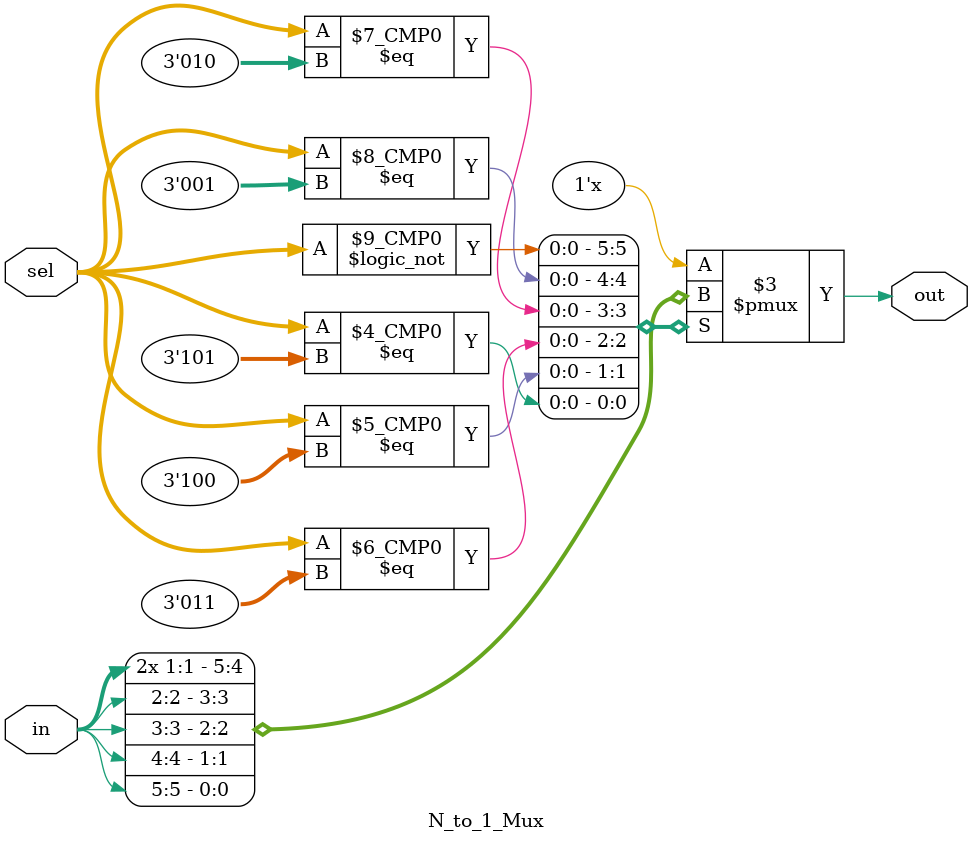
<source format=v>
`timescale 1ns / 1ps

//it is almot parametrized but just we have to change 4 in case statement if we move further.so that it can handle more select lines of 5 bit 
//otherwise all good for lesser select lines suppose we keep N=3 then just change n=3 in testbench.In case statement it automaticall adjust select lines width to 3.
module N_to_1_Mux(in,out,sel);
parameter N=3;
input [(2**N)-1:0]in;
output reg out;
input [N-1:0]sel;
always@(sel or in)
begin
case(sel)
4'b0000:out=in[1]; // it is done to check second comment otherwise it will remain to in[0]
4'b0001:out=in[1];
4'b0010:out=in[2];
4'b0011:out=in[3];
4'b0100:out=in[4];
4'b0101:out=in[5];
4'b0000:out=in[6];
4'b0000:out=in[7];
4'b0000:out=in[8];
4'b0000:out=in[9];
4'b0000:out=in[10];
4'b0000:out=in[11];
endcase
end
endmodule

</source>
